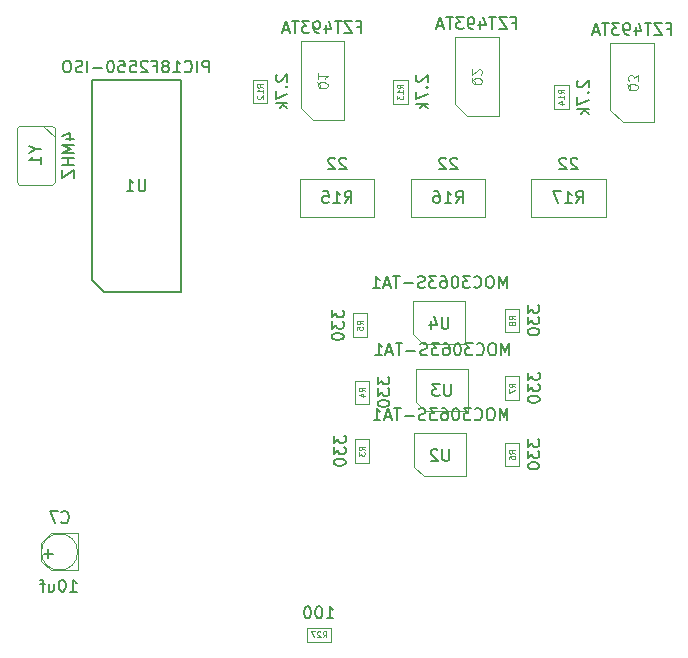
<source format=gbr>
G04 #@! TF.GenerationSoftware,KiCad,Pcbnew,no-vcs-found-a35cc44~61~ubuntu16.04.1*
G04 #@! TF.CreationDate,2018-02-08T08:45:13-05:00*
G04 #@! TF.ProjectId,D21_2550,4432315F323535302E6B696361645F70,rev?*
G04 #@! TF.SameCoordinates,Original*
G04 #@! TF.FileFunction,Other,Fab,Bot*
%FSLAX46Y46*%
G04 Gerber Fmt 4.6, Leading zero omitted, Abs format (unit mm)*
G04 Created by KiCad (PCBNEW no-vcs-found-a35cc44~61~ubuntu16.04.1) date Thu Feb  8 08:45:13 2018*
%MOMM*%
%LPD*%
G01*
G04 APERTURE LIST*
%ADD10C,0.100000*%
%ADD11C,0.150000*%
%ADD12C,0.120000*%
%ADD13C,0.080000*%
G04 APERTURE END LIST*
D10*
X109110000Y-49460000D02*
X109110000Y-42760000D01*
X105410000Y-42760000D02*
X109110000Y-42760000D01*
X106460000Y-49460000D02*
X109110000Y-49460000D01*
X105410000Y-48410000D02*
X105410000Y-42760000D01*
X105410000Y-48410000D02*
X106460000Y-49460000D01*
X118472095Y-48068949D02*
X119522095Y-49118949D01*
X118472095Y-48068949D02*
X118472095Y-42418949D01*
X119522095Y-49118949D02*
X122172095Y-49118949D01*
X118472095Y-42418949D02*
X122172095Y-42418949D01*
X122172095Y-49118949D02*
X122172095Y-42418949D01*
X135350000Y-49618949D02*
X135350000Y-42918949D01*
X131650000Y-42918949D02*
X135350000Y-42918949D01*
X132700000Y-49618949D02*
X135350000Y-49618949D01*
X131650000Y-48568949D02*
X131650000Y-42918949D01*
X131650000Y-48568949D02*
X132700000Y-49618949D01*
X110013900Y-76445342D02*
X110013900Y-78445342D01*
X111213900Y-76445342D02*
X110013900Y-76445342D01*
X111213900Y-78445342D02*
X111213900Y-76445342D01*
X110013900Y-78445342D02*
X111213900Y-78445342D01*
X111233900Y-71485342D02*
X110033900Y-71485342D01*
X110033900Y-71485342D02*
X110033900Y-73485342D01*
X110033900Y-73485342D02*
X111233900Y-73485342D01*
X111233900Y-73485342D02*
X111233900Y-71485342D01*
X109853900Y-65807842D02*
X109853900Y-67807842D01*
X111053900Y-65807842D02*
X109853900Y-65807842D01*
X111053900Y-67807842D02*
X111053900Y-65807842D01*
X109853900Y-67807842D02*
X111053900Y-67807842D01*
X123933900Y-76747842D02*
X122733900Y-76747842D01*
X122733900Y-76747842D02*
X122733900Y-78747842D01*
X122733900Y-78747842D02*
X123933900Y-78747842D01*
X123933900Y-78747842D02*
X123933900Y-76747842D01*
X123943900Y-71110342D02*
X122743900Y-71110342D01*
X122743900Y-71110342D02*
X122743900Y-73110342D01*
X122743900Y-73110342D02*
X123943900Y-73110342D01*
X123943900Y-73110342D02*
X123943900Y-71110342D01*
X123933900Y-65400342D02*
X122733900Y-65400342D01*
X122733900Y-65400342D02*
X122733900Y-67400342D01*
X122733900Y-67400342D02*
X123933900Y-67400342D01*
X123933900Y-67400342D02*
X123933900Y-65400342D01*
X102600000Y-48000000D02*
X102600000Y-46000000D01*
X101400000Y-48000000D02*
X102600000Y-48000000D01*
X101400000Y-46000000D02*
X101400000Y-48000000D01*
X102600000Y-46000000D02*
X101400000Y-46000000D01*
X114464595Y-46042500D02*
X113264595Y-46042500D01*
X113264595Y-46042500D02*
X113264595Y-48042500D01*
X113264595Y-48042500D02*
X114464595Y-48042500D01*
X114464595Y-48042500D02*
X114464595Y-46042500D01*
X128100000Y-48500000D02*
X128100000Y-46500000D01*
X126900000Y-48500000D02*
X128100000Y-48500000D01*
X126900000Y-46500000D02*
X126900000Y-48500000D01*
X128100000Y-46500000D02*
X126900000Y-46500000D01*
X105957500Y-92400000D02*
X105957500Y-93600000D01*
X105957500Y-93600000D02*
X107957500Y-93600000D01*
X107957500Y-93600000D02*
X107957500Y-92400000D01*
X107957500Y-92400000D02*
X105957500Y-92400000D01*
D11*
X88750000Y-63950000D02*
X95250000Y-63950000D01*
X95250000Y-63950000D02*
X95250000Y-46050000D01*
X95250000Y-46050000D02*
X87750000Y-46050000D01*
X87750000Y-46050000D02*
X87750000Y-62950000D01*
X87750000Y-62950000D02*
X88750000Y-63950000D01*
D12*
X119433900Y-79567842D02*
X119433900Y-75967842D01*
X119433900Y-75967842D02*
X115033900Y-75967842D01*
X115033900Y-75967842D02*
X115033900Y-78767842D01*
X115033900Y-78767842D02*
X115833900Y-79567842D01*
X115833900Y-79567842D02*
X119433900Y-79567842D01*
X115983900Y-74067842D02*
X119583900Y-74067842D01*
X115183900Y-73267842D02*
X115983900Y-74067842D01*
X115183900Y-70467842D02*
X115183900Y-73267842D01*
X119583900Y-70467842D02*
X115183900Y-70467842D01*
X119583900Y-74067842D02*
X119583900Y-70467842D01*
X119363900Y-68377842D02*
X119363900Y-64777842D01*
X119363900Y-64777842D02*
X114963900Y-64777842D01*
X114963900Y-64777842D02*
X114963900Y-67577842D01*
X114963900Y-67577842D02*
X115763900Y-68377842D01*
X115763900Y-68377842D02*
X119363900Y-68377842D01*
D10*
X86529706Y-86000000D02*
G75*
G03X86529706Y-86000000I-1529706J0D01*
G01*
X83440000Y-86750000D02*
X83440000Y-85230000D01*
X84250000Y-87560000D02*
X83440000Y-86750000D01*
X84240000Y-84430000D02*
X83440000Y-85230000D01*
X86570000Y-84430000D02*
X86570000Y-87560000D01*
X86560000Y-84430000D02*
X84240000Y-84430000D01*
X86570000Y-87560000D02*
X84250000Y-87560000D01*
X81400000Y-50100000D02*
X81400000Y-54700000D01*
X81400000Y-54700000D02*
X81600000Y-54900000D01*
X81600000Y-54900000D02*
X84400000Y-54900000D01*
X84400000Y-54900000D02*
X84600000Y-54700000D01*
X84600000Y-54700000D02*
X84600000Y-50100000D01*
X84600000Y-50100000D02*
X84400000Y-49900000D01*
X84400000Y-49900000D02*
X81600000Y-49900000D01*
X81600000Y-49900000D02*
X81400000Y-50100000D01*
X83600000Y-49900000D02*
X84600000Y-50900000D01*
X111650000Y-54400000D02*
X105350000Y-54400000D01*
X111650000Y-57600000D02*
X111650000Y-54400000D01*
X105350000Y-57600000D02*
X111650000Y-57600000D01*
X105350000Y-54400000D02*
X105350000Y-57600000D01*
X114757500Y-54400000D02*
X114757500Y-57600000D01*
X114757500Y-57600000D02*
X121057500Y-57600000D01*
X121057500Y-57600000D02*
X121057500Y-54400000D01*
X121057500Y-54400000D02*
X114757500Y-54400000D01*
X124942500Y-54400000D02*
X124942500Y-57600000D01*
X124942500Y-57600000D02*
X131242500Y-57600000D01*
X131242500Y-57600000D02*
X131242500Y-54400000D01*
X131242500Y-54400000D02*
X124942500Y-54400000D01*
D11*
X110212380Y-41538571D02*
X110545714Y-41538571D01*
X110545714Y-42062380D02*
X110545714Y-41062380D01*
X110069523Y-41062380D01*
X109783809Y-41062380D02*
X109117142Y-41062380D01*
X109783809Y-42062380D01*
X109117142Y-42062380D01*
X108879047Y-41062380D02*
X108307619Y-41062380D01*
X108593333Y-42062380D02*
X108593333Y-41062380D01*
X107545714Y-41395714D02*
X107545714Y-42062380D01*
X107783809Y-41014761D02*
X108021904Y-41729047D01*
X107402857Y-41729047D01*
X106974285Y-42062380D02*
X106783809Y-42062380D01*
X106688571Y-42014761D01*
X106640952Y-41967142D01*
X106545714Y-41824285D01*
X106498095Y-41633809D01*
X106498095Y-41252857D01*
X106545714Y-41157619D01*
X106593333Y-41110000D01*
X106688571Y-41062380D01*
X106879047Y-41062380D01*
X106974285Y-41110000D01*
X107021904Y-41157619D01*
X107069523Y-41252857D01*
X107069523Y-41490952D01*
X107021904Y-41586190D01*
X106974285Y-41633809D01*
X106879047Y-41681428D01*
X106688571Y-41681428D01*
X106593333Y-41633809D01*
X106545714Y-41586190D01*
X106498095Y-41490952D01*
X106164761Y-41062380D02*
X105545714Y-41062380D01*
X105879047Y-41443333D01*
X105736190Y-41443333D01*
X105640952Y-41490952D01*
X105593333Y-41538571D01*
X105545714Y-41633809D01*
X105545714Y-41871904D01*
X105593333Y-41967142D01*
X105640952Y-42014761D01*
X105736190Y-42062380D01*
X106021904Y-42062380D01*
X106117142Y-42014761D01*
X106164761Y-41967142D01*
X105260000Y-41062380D02*
X104688571Y-41062380D01*
X104974285Y-42062380D02*
X104974285Y-41062380D01*
X104402857Y-41776666D02*
X103926666Y-41776666D01*
X104498095Y-42062380D02*
X104164761Y-41062380D01*
X103831428Y-42062380D01*
D12*
X106821904Y-46186190D02*
X106860000Y-46262380D01*
X106936190Y-46338571D01*
X107050476Y-46452857D01*
X107088571Y-46529047D01*
X107088571Y-46605238D01*
X106898095Y-46567142D02*
X106936190Y-46643333D01*
X107012380Y-46719523D01*
X107164761Y-46757619D01*
X107431428Y-46757619D01*
X107583809Y-46719523D01*
X107660000Y-46643333D01*
X107698095Y-46567142D01*
X107698095Y-46414761D01*
X107660000Y-46338571D01*
X107583809Y-46262380D01*
X107431428Y-46224285D01*
X107164761Y-46224285D01*
X107012380Y-46262380D01*
X106936190Y-46338571D01*
X106898095Y-46414761D01*
X106898095Y-46567142D01*
X106898095Y-45462380D02*
X106898095Y-45919523D01*
X106898095Y-45690952D02*
X107698095Y-45690952D01*
X107583809Y-45767142D01*
X107507619Y-45843333D01*
X107469523Y-45919523D01*
D11*
X123274475Y-41197520D02*
X123607809Y-41197520D01*
X123607809Y-41721329D02*
X123607809Y-40721329D01*
X123131618Y-40721329D01*
X122845904Y-40721329D02*
X122179237Y-40721329D01*
X122845904Y-41721329D01*
X122179237Y-41721329D01*
X121941142Y-40721329D02*
X121369714Y-40721329D01*
X121655428Y-41721329D02*
X121655428Y-40721329D01*
X120607809Y-41054663D02*
X120607809Y-41721329D01*
X120845904Y-40673710D02*
X121083999Y-41387996D01*
X120464952Y-41387996D01*
X120036380Y-41721329D02*
X119845904Y-41721329D01*
X119750666Y-41673710D01*
X119703047Y-41626091D01*
X119607809Y-41483234D01*
X119560190Y-41292758D01*
X119560190Y-40911806D01*
X119607809Y-40816568D01*
X119655428Y-40768949D01*
X119750666Y-40721329D01*
X119941142Y-40721329D01*
X120036380Y-40768949D01*
X120083999Y-40816568D01*
X120131618Y-40911806D01*
X120131618Y-41149901D01*
X120083999Y-41245139D01*
X120036380Y-41292758D01*
X119941142Y-41340377D01*
X119750666Y-41340377D01*
X119655428Y-41292758D01*
X119607809Y-41245139D01*
X119560190Y-41149901D01*
X119226856Y-40721329D02*
X118607809Y-40721329D01*
X118941142Y-41102282D01*
X118798285Y-41102282D01*
X118703047Y-41149901D01*
X118655428Y-41197520D01*
X118607809Y-41292758D01*
X118607809Y-41530853D01*
X118655428Y-41626091D01*
X118703047Y-41673710D01*
X118798285Y-41721329D01*
X119083999Y-41721329D01*
X119179237Y-41673710D01*
X119226856Y-41626091D01*
X118322095Y-40721329D02*
X117750666Y-40721329D01*
X118036380Y-41721329D02*
X118036380Y-40721329D01*
X117464952Y-41435615D02*
X116988761Y-41435615D01*
X117560190Y-41721329D02*
X117226856Y-40721329D01*
X116893523Y-41721329D01*
D12*
X119883999Y-45845139D02*
X119922095Y-45921329D01*
X119998285Y-45997520D01*
X120112571Y-46111806D01*
X120150666Y-46187996D01*
X120150666Y-46264187D01*
X119960190Y-46226091D02*
X119998285Y-46302282D01*
X120074475Y-46378472D01*
X120226856Y-46416568D01*
X120493523Y-46416568D01*
X120645904Y-46378472D01*
X120722095Y-46302282D01*
X120760190Y-46226091D01*
X120760190Y-46073710D01*
X120722095Y-45997520D01*
X120645904Y-45921329D01*
X120493523Y-45883234D01*
X120226856Y-45883234D01*
X120074475Y-45921329D01*
X119998285Y-45997520D01*
X119960190Y-46073710D01*
X119960190Y-46226091D01*
X120683999Y-45578472D02*
X120722095Y-45540377D01*
X120760190Y-45464187D01*
X120760190Y-45273710D01*
X120722095Y-45197520D01*
X120683999Y-45159425D01*
X120607809Y-45121329D01*
X120531618Y-45121329D01*
X120417333Y-45159425D01*
X119960190Y-45616568D01*
X119960190Y-45121329D01*
D11*
X136452380Y-41697520D02*
X136785714Y-41697520D01*
X136785714Y-42221329D02*
X136785714Y-41221329D01*
X136309523Y-41221329D01*
X136023809Y-41221329D02*
X135357142Y-41221329D01*
X136023809Y-42221329D01*
X135357142Y-42221329D01*
X135119047Y-41221329D02*
X134547619Y-41221329D01*
X134833333Y-42221329D02*
X134833333Y-41221329D01*
X133785714Y-41554663D02*
X133785714Y-42221329D01*
X134023809Y-41173710D02*
X134261904Y-41887996D01*
X133642857Y-41887996D01*
X133214285Y-42221329D02*
X133023809Y-42221329D01*
X132928571Y-42173710D01*
X132880952Y-42126091D01*
X132785714Y-41983234D01*
X132738095Y-41792758D01*
X132738095Y-41411806D01*
X132785714Y-41316568D01*
X132833333Y-41268949D01*
X132928571Y-41221329D01*
X133119047Y-41221329D01*
X133214285Y-41268949D01*
X133261904Y-41316568D01*
X133309523Y-41411806D01*
X133309523Y-41649901D01*
X133261904Y-41745139D01*
X133214285Y-41792758D01*
X133119047Y-41840377D01*
X132928571Y-41840377D01*
X132833333Y-41792758D01*
X132785714Y-41745139D01*
X132738095Y-41649901D01*
X132404761Y-41221329D02*
X131785714Y-41221329D01*
X132119047Y-41602282D01*
X131976190Y-41602282D01*
X131880952Y-41649901D01*
X131833333Y-41697520D01*
X131785714Y-41792758D01*
X131785714Y-42030853D01*
X131833333Y-42126091D01*
X131880952Y-42173710D01*
X131976190Y-42221329D01*
X132261904Y-42221329D01*
X132357142Y-42173710D01*
X132404761Y-42126091D01*
X131500000Y-41221329D02*
X130928571Y-41221329D01*
X131214285Y-42221329D02*
X131214285Y-41221329D01*
X130642857Y-41935615D02*
X130166666Y-41935615D01*
X130738095Y-42221329D02*
X130404761Y-41221329D01*
X130071428Y-42221329D01*
D12*
X133061904Y-46345139D02*
X133100000Y-46421329D01*
X133176190Y-46497520D01*
X133290476Y-46611806D01*
X133328571Y-46687996D01*
X133328571Y-46764187D01*
X133138095Y-46726091D02*
X133176190Y-46802282D01*
X133252380Y-46878472D01*
X133404761Y-46916568D01*
X133671428Y-46916568D01*
X133823809Y-46878472D01*
X133900000Y-46802282D01*
X133938095Y-46726091D01*
X133938095Y-46573710D01*
X133900000Y-46497520D01*
X133823809Y-46421329D01*
X133671428Y-46383234D01*
X133404761Y-46383234D01*
X133252380Y-46421329D01*
X133176190Y-46497520D01*
X133138095Y-46573710D01*
X133138095Y-46726091D01*
X133938095Y-46116568D02*
X133938095Y-45621329D01*
X133633333Y-45887996D01*
X133633333Y-45773710D01*
X133595238Y-45697520D01*
X133557142Y-45659425D01*
X133480952Y-45621329D01*
X133290476Y-45621329D01*
X133214285Y-45659425D01*
X133176190Y-45697520D01*
X133138095Y-45773710D01*
X133138095Y-46002282D01*
X133176190Y-46078472D01*
X133214285Y-46116568D01*
D11*
X108216280Y-76159627D02*
X108216280Y-76778675D01*
X108597233Y-76445342D01*
X108597233Y-76588199D01*
X108644852Y-76683437D01*
X108692471Y-76731056D01*
X108787709Y-76778675D01*
X109025804Y-76778675D01*
X109121042Y-76731056D01*
X109168661Y-76683437D01*
X109216280Y-76588199D01*
X109216280Y-76302484D01*
X109168661Y-76207246D01*
X109121042Y-76159627D01*
X108216280Y-77112008D02*
X108216280Y-77731056D01*
X108597233Y-77397722D01*
X108597233Y-77540580D01*
X108644852Y-77635818D01*
X108692471Y-77683437D01*
X108787709Y-77731056D01*
X109025804Y-77731056D01*
X109121042Y-77683437D01*
X109168661Y-77635818D01*
X109216280Y-77540580D01*
X109216280Y-77254865D01*
X109168661Y-77159627D01*
X109121042Y-77112008D01*
X108216280Y-78350103D02*
X108216280Y-78445342D01*
X108263900Y-78540580D01*
X108311519Y-78588199D01*
X108406757Y-78635818D01*
X108597233Y-78683437D01*
X108835328Y-78683437D01*
X109025804Y-78635818D01*
X109121042Y-78588199D01*
X109168661Y-78540580D01*
X109216280Y-78445342D01*
X109216280Y-78350103D01*
X109168661Y-78254865D01*
X109121042Y-78207246D01*
X109025804Y-78159627D01*
X108835328Y-78112008D01*
X108597233Y-78112008D01*
X108406757Y-78159627D01*
X108311519Y-78207246D01*
X108263900Y-78254865D01*
X108216280Y-78350103D01*
D13*
X110840090Y-77362008D02*
X110601995Y-77195342D01*
X110840090Y-77076294D02*
X110340090Y-77076294D01*
X110340090Y-77266770D01*
X110363900Y-77314389D01*
X110387709Y-77338199D01*
X110435328Y-77362008D01*
X110506757Y-77362008D01*
X110554376Y-77338199D01*
X110578185Y-77314389D01*
X110601995Y-77266770D01*
X110601995Y-77076294D01*
X110340090Y-77528675D02*
X110340090Y-77838199D01*
X110530566Y-77671532D01*
X110530566Y-77742961D01*
X110554376Y-77790580D01*
X110578185Y-77814389D01*
X110625804Y-77838199D01*
X110744852Y-77838199D01*
X110792471Y-77814389D01*
X110816280Y-77790580D01*
X110840090Y-77742961D01*
X110840090Y-77600103D01*
X110816280Y-77552484D01*
X110792471Y-77528675D01*
D11*
X111936280Y-71199627D02*
X111936280Y-71818675D01*
X112317233Y-71485342D01*
X112317233Y-71628199D01*
X112364852Y-71723437D01*
X112412471Y-71771056D01*
X112507709Y-71818675D01*
X112745804Y-71818675D01*
X112841042Y-71771056D01*
X112888661Y-71723437D01*
X112936280Y-71628199D01*
X112936280Y-71342484D01*
X112888661Y-71247246D01*
X112841042Y-71199627D01*
X111936280Y-72152008D02*
X111936280Y-72771056D01*
X112317233Y-72437722D01*
X112317233Y-72580580D01*
X112364852Y-72675818D01*
X112412471Y-72723437D01*
X112507709Y-72771056D01*
X112745804Y-72771056D01*
X112841042Y-72723437D01*
X112888661Y-72675818D01*
X112936280Y-72580580D01*
X112936280Y-72294865D01*
X112888661Y-72199627D01*
X112841042Y-72152008D01*
X111936280Y-73390103D02*
X111936280Y-73485342D01*
X111983900Y-73580580D01*
X112031519Y-73628199D01*
X112126757Y-73675818D01*
X112317233Y-73723437D01*
X112555328Y-73723437D01*
X112745804Y-73675818D01*
X112841042Y-73628199D01*
X112888661Y-73580580D01*
X112936280Y-73485342D01*
X112936280Y-73390103D01*
X112888661Y-73294865D01*
X112841042Y-73247246D01*
X112745804Y-73199627D01*
X112555328Y-73152008D01*
X112317233Y-73152008D01*
X112126757Y-73199627D01*
X112031519Y-73247246D01*
X111983900Y-73294865D01*
X111936280Y-73390103D01*
D13*
X110860090Y-72402008D02*
X110621995Y-72235342D01*
X110860090Y-72116294D02*
X110360090Y-72116294D01*
X110360090Y-72306770D01*
X110383900Y-72354389D01*
X110407709Y-72378199D01*
X110455328Y-72402008D01*
X110526757Y-72402008D01*
X110574376Y-72378199D01*
X110598185Y-72354389D01*
X110621995Y-72306770D01*
X110621995Y-72116294D01*
X110526757Y-72830580D02*
X110860090Y-72830580D01*
X110336280Y-72711532D02*
X110693423Y-72592484D01*
X110693423Y-72902008D01*
D11*
X108056280Y-65522127D02*
X108056280Y-66141175D01*
X108437233Y-65807842D01*
X108437233Y-65950699D01*
X108484852Y-66045937D01*
X108532471Y-66093556D01*
X108627709Y-66141175D01*
X108865804Y-66141175D01*
X108961042Y-66093556D01*
X109008661Y-66045937D01*
X109056280Y-65950699D01*
X109056280Y-65664984D01*
X109008661Y-65569746D01*
X108961042Y-65522127D01*
X108056280Y-66474508D02*
X108056280Y-67093556D01*
X108437233Y-66760222D01*
X108437233Y-66903080D01*
X108484852Y-66998318D01*
X108532471Y-67045937D01*
X108627709Y-67093556D01*
X108865804Y-67093556D01*
X108961042Y-67045937D01*
X109008661Y-66998318D01*
X109056280Y-66903080D01*
X109056280Y-66617365D01*
X109008661Y-66522127D01*
X108961042Y-66474508D01*
X108056280Y-67712603D02*
X108056280Y-67807842D01*
X108103900Y-67903080D01*
X108151519Y-67950699D01*
X108246757Y-67998318D01*
X108437233Y-68045937D01*
X108675328Y-68045937D01*
X108865804Y-67998318D01*
X108961042Y-67950699D01*
X109008661Y-67903080D01*
X109056280Y-67807842D01*
X109056280Y-67712603D01*
X109008661Y-67617365D01*
X108961042Y-67569746D01*
X108865804Y-67522127D01*
X108675328Y-67474508D01*
X108437233Y-67474508D01*
X108246757Y-67522127D01*
X108151519Y-67569746D01*
X108103900Y-67617365D01*
X108056280Y-67712603D01*
D13*
X110680090Y-66724508D02*
X110441995Y-66557842D01*
X110680090Y-66438794D02*
X110180090Y-66438794D01*
X110180090Y-66629270D01*
X110203900Y-66676889D01*
X110227709Y-66700699D01*
X110275328Y-66724508D01*
X110346757Y-66724508D01*
X110394376Y-66700699D01*
X110418185Y-66676889D01*
X110441995Y-66629270D01*
X110441995Y-66438794D01*
X110180090Y-67176889D02*
X110180090Y-66938794D01*
X110418185Y-66914984D01*
X110394376Y-66938794D01*
X110370566Y-66986413D01*
X110370566Y-67105461D01*
X110394376Y-67153080D01*
X110418185Y-67176889D01*
X110465804Y-67200699D01*
X110584852Y-67200699D01*
X110632471Y-67176889D01*
X110656280Y-67153080D01*
X110680090Y-67105461D01*
X110680090Y-66986413D01*
X110656280Y-66938794D01*
X110632471Y-66914984D01*
D11*
X124636280Y-76462127D02*
X124636280Y-77081175D01*
X125017233Y-76747842D01*
X125017233Y-76890699D01*
X125064852Y-76985937D01*
X125112471Y-77033556D01*
X125207709Y-77081175D01*
X125445804Y-77081175D01*
X125541042Y-77033556D01*
X125588661Y-76985937D01*
X125636280Y-76890699D01*
X125636280Y-76604984D01*
X125588661Y-76509746D01*
X125541042Y-76462127D01*
X124636280Y-77414508D02*
X124636280Y-78033556D01*
X125017233Y-77700222D01*
X125017233Y-77843080D01*
X125064852Y-77938318D01*
X125112471Y-77985937D01*
X125207709Y-78033556D01*
X125445804Y-78033556D01*
X125541042Y-77985937D01*
X125588661Y-77938318D01*
X125636280Y-77843080D01*
X125636280Y-77557365D01*
X125588661Y-77462127D01*
X125541042Y-77414508D01*
X124636280Y-78652603D02*
X124636280Y-78747842D01*
X124683900Y-78843080D01*
X124731519Y-78890699D01*
X124826757Y-78938318D01*
X125017233Y-78985937D01*
X125255328Y-78985937D01*
X125445804Y-78938318D01*
X125541042Y-78890699D01*
X125588661Y-78843080D01*
X125636280Y-78747842D01*
X125636280Y-78652603D01*
X125588661Y-78557365D01*
X125541042Y-78509746D01*
X125445804Y-78462127D01*
X125255328Y-78414508D01*
X125017233Y-78414508D01*
X124826757Y-78462127D01*
X124731519Y-78509746D01*
X124683900Y-78557365D01*
X124636280Y-78652603D01*
D13*
X123560090Y-77664508D02*
X123321995Y-77497842D01*
X123560090Y-77378794D02*
X123060090Y-77378794D01*
X123060090Y-77569270D01*
X123083900Y-77616889D01*
X123107709Y-77640699D01*
X123155328Y-77664508D01*
X123226757Y-77664508D01*
X123274376Y-77640699D01*
X123298185Y-77616889D01*
X123321995Y-77569270D01*
X123321995Y-77378794D01*
X123060090Y-78093080D02*
X123060090Y-77997842D01*
X123083900Y-77950222D01*
X123107709Y-77926413D01*
X123179138Y-77878794D01*
X123274376Y-77854984D01*
X123464852Y-77854984D01*
X123512471Y-77878794D01*
X123536280Y-77902603D01*
X123560090Y-77950222D01*
X123560090Y-78045461D01*
X123536280Y-78093080D01*
X123512471Y-78116889D01*
X123464852Y-78140699D01*
X123345804Y-78140699D01*
X123298185Y-78116889D01*
X123274376Y-78093080D01*
X123250566Y-78045461D01*
X123250566Y-77950222D01*
X123274376Y-77902603D01*
X123298185Y-77878794D01*
X123345804Y-77854984D01*
D11*
X124646280Y-70824627D02*
X124646280Y-71443675D01*
X125027233Y-71110342D01*
X125027233Y-71253199D01*
X125074852Y-71348437D01*
X125122471Y-71396056D01*
X125217709Y-71443675D01*
X125455804Y-71443675D01*
X125551042Y-71396056D01*
X125598661Y-71348437D01*
X125646280Y-71253199D01*
X125646280Y-70967484D01*
X125598661Y-70872246D01*
X125551042Y-70824627D01*
X124646280Y-71777008D02*
X124646280Y-72396056D01*
X125027233Y-72062722D01*
X125027233Y-72205580D01*
X125074852Y-72300818D01*
X125122471Y-72348437D01*
X125217709Y-72396056D01*
X125455804Y-72396056D01*
X125551042Y-72348437D01*
X125598661Y-72300818D01*
X125646280Y-72205580D01*
X125646280Y-71919865D01*
X125598661Y-71824627D01*
X125551042Y-71777008D01*
X124646280Y-73015103D02*
X124646280Y-73110342D01*
X124693900Y-73205580D01*
X124741519Y-73253199D01*
X124836757Y-73300818D01*
X125027233Y-73348437D01*
X125265328Y-73348437D01*
X125455804Y-73300818D01*
X125551042Y-73253199D01*
X125598661Y-73205580D01*
X125646280Y-73110342D01*
X125646280Y-73015103D01*
X125598661Y-72919865D01*
X125551042Y-72872246D01*
X125455804Y-72824627D01*
X125265328Y-72777008D01*
X125027233Y-72777008D01*
X124836757Y-72824627D01*
X124741519Y-72872246D01*
X124693900Y-72919865D01*
X124646280Y-73015103D01*
D13*
X123570090Y-72027008D02*
X123331995Y-71860342D01*
X123570090Y-71741294D02*
X123070090Y-71741294D01*
X123070090Y-71931770D01*
X123093900Y-71979389D01*
X123117709Y-72003199D01*
X123165328Y-72027008D01*
X123236757Y-72027008D01*
X123284376Y-72003199D01*
X123308185Y-71979389D01*
X123331995Y-71931770D01*
X123331995Y-71741294D01*
X123070090Y-72193675D02*
X123070090Y-72527008D01*
X123570090Y-72312722D01*
D11*
X124636280Y-65114627D02*
X124636280Y-65733675D01*
X125017233Y-65400342D01*
X125017233Y-65543199D01*
X125064852Y-65638437D01*
X125112471Y-65686056D01*
X125207709Y-65733675D01*
X125445804Y-65733675D01*
X125541042Y-65686056D01*
X125588661Y-65638437D01*
X125636280Y-65543199D01*
X125636280Y-65257484D01*
X125588661Y-65162246D01*
X125541042Y-65114627D01*
X124636280Y-66067008D02*
X124636280Y-66686056D01*
X125017233Y-66352722D01*
X125017233Y-66495580D01*
X125064852Y-66590818D01*
X125112471Y-66638437D01*
X125207709Y-66686056D01*
X125445804Y-66686056D01*
X125541042Y-66638437D01*
X125588661Y-66590818D01*
X125636280Y-66495580D01*
X125636280Y-66209865D01*
X125588661Y-66114627D01*
X125541042Y-66067008D01*
X124636280Y-67305103D02*
X124636280Y-67400342D01*
X124683900Y-67495580D01*
X124731519Y-67543199D01*
X124826757Y-67590818D01*
X125017233Y-67638437D01*
X125255328Y-67638437D01*
X125445804Y-67590818D01*
X125541042Y-67543199D01*
X125588661Y-67495580D01*
X125636280Y-67400342D01*
X125636280Y-67305103D01*
X125588661Y-67209865D01*
X125541042Y-67162246D01*
X125445804Y-67114627D01*
X125255328Y-67067008D01*
X125017233Y-67067008D01*
X124826757Y-67114627D01*
X124731519Y-67162246D01*
X124683900Y-67209865D01*
X124636280Y-67305103D01*
D13*
X123560090Y-66317008D02*
X123321995Y-66150342D01*
X123560090Y-66031294D02*
X123060090Y-66031294D01*
X123060090Y-66221770D01*
X123083900Y-66269389D01*
X123107709Y-66293199D01*
X123155328Y-66317008D01*
X123226757Y-66317008D01*
X123274376Y-66293199D01*
X123298185Y-66269389D01*
X123321995Y-66221770D01*
X123321995Y-66031294D01*
X123274376Y-66602722D02*
X123250566Y-66555103D01*
X123226757Y-66531294D01*
X123179138Y-66507484D01*
X123155328Y-66507484D01*
X123107709Y-66531294D01*
X123083900Y-66555103D01*
X123060090Y-66602722D01*
X123060090Y-66697961D01*
X123083900Y-66745580D01*
X123107709Y-66769389D01*
X123155328Y-66793199D01*
X123179138Y-66793199D01*
X123226757Y-66769389D01*
X123250566Y-66745580D01*
X123274376Y-66697961D01*
X123274376Y-66602722D01*
X123298185Y-66555103D01*
X123321995Y-66531294D01*
X123369614Y-66507484D01*
X123464852Y-66507484D01*
X123512471Y-66531294D01*
X123536280Y-66555103D01*
X123560090Y-66602722D01*
X123560090Y-66697961D01*
X123536280Y-66745580D01*
X123512471Y-66769389D01*
X123464852Y-66793199D01*
X123369614Y-66793199D01*
X123321995Y-66769389D01*
X123298185Y-66745580D01*
X123274376Y-66697961D01*
D11*
X103397619Y-45595238D02*
X103350000Y-45642857D01*
X103302380Y-45738095D01*
X103302380Y-45976190D01*
X103350000Y-46071428D01*
X103397619Y-46119047D01*
X103492857Y-46166666D01*
X103588095Y-46166666D01*
X103730952Y-46119047D01*
X104302380Y-45547619D01*
X104302380Y-46166666D01*
X104207142Y-46595238D02*
X104254761Y-46642857D01*
X104302380Y-46595238D01*
X104254761Y-46547619D01*
X104207142Y-46595238D01*
X104302380Y-46595238D01*
X103302380Y-46976190D02*
X103302380Y-47642857D01*
X104302380Y-47214285D01*
X104302380Y-48023809D02*
X103302380Y-48023809D01*
X103921428Y-48119047D02*
X104302380Y-48404761D01*
X103635714Y-48404761D02*
X104016666Y-48023809D01*
D13*
X102226190Y-46678571D02*
X101988095Y-46511904D01*
X102226190Y-46392857D02*
X101726190Y-46392857D01*
X101726190Y-46583333D01*
X101750000Y-46630952D01*
X101773809Y-46654761D01*
X101821428Y-46678571D01*
X101892857Y-46678571D01*
X101940476Y-46654761D01*
X101964285Y-46630952D01*
X101988095Y-46583333D01*
X101988095Y-46392857D01*
X102226190Y-47154761D02*
X102226190Y-46869047D01*
X102226190Y-47011904D02*
X101726190Y-47011904D01*
X101797619Y-46964285D01*
X101845238Y-46916666D01*
X101869047Y-46869047D01*
X101773809Y-47345238D02*
X101750000Y-47369047D01*
X101726190Y-47416666D01*
X101726190Y-47535714D01*
X101750000Y-47583333D01*
X101773809Y-47607142D01*
X101821428Y-47630952D01*
X101869047Y-47630952D01*
X101940476Y-47607142D01*
X102226190Y-47321428D01*
X102226190Y-47630952D01*
D11*
X115262214Y-45637738D02*
X115214595Y-45685357D01*
X115166975Y-45780595D01*
X115166975Y-46018690D01*
X115214595Y-46113928D01*
X115262214Y-46161547D01*
X115357452Y-46209166D01*
X115452690Y-46209166D01*
X115595547Y-46161547D01*
X116166975Y-45590119D01*
X116166975Y-46209166D01*
X116071737Y-46637738D02*
X116119356Y-46685357D01*
X116166975Y-46637738D01*
X116119356Y-46590119D01*
X116071737Y-46637738D01*
X116166975Y-46637738D01*
X115166975Y-47018690D02*
X115166975Y-47685357D01*
X116166975Y-47256785D01*
X116166975Y-48066309D02*
X115166975Y-48066309D01*
X115786023Y-48161547D02*
X116166975Y-48447261D01*
X115500309Y-48447261D02*
X115881261Y-48066309D01*
D13*
X114090785Y-46721071D02*
X113852690Y-46554404D01*
X114090785Y-46435357D02*
X113590785Y-46435357D01*
X113590785Y-46625833D01*
X113614595Y-46673452D01*
X113638404Y-46697261D01*
X113686023Y-46721071D01*
X113757452Y-46721071D01*
X113805071Y-46697261D01*
X113828880Y-46673452D01*
X113852690Y-46625833D01*
X113852690Y-46435357D01*
X114090785Y-47197261D02*
X114090785Y-46911547D01*
X114090785Y-47054404D02*
X113590785Y-47054404D01*
X113662214Y-47006785D01*
X113709833Y-46959166D01*
X113733642Y-46911547D01*
X113590785Y-47363928D02*
X113590785Y-47673452D01*
X113781261Y-47506785D01*
X113781261Y-47578214D01*
X113805071Y-47625833D01*
X113828880Y-47649642D01*
X113876499Y-47673452D01*
X113995547Y-47673452D01*
X114043166Y-47649642D01*
X114066975Y-47625833D01*
X114090785Y-47578214D01*
X114090785Y-47435357D01*
X114066975Y-47387738D01*
X114043166Y-47363928D01*
D11*
X128897619Y-46095238D02*
X128850000Y-46142857D01*
X128802380Y-46238095D01*
X128802380Y-46476190D01*
X128850000Y-46571428D01*
X128897619Y-46619047D01*
X128992857Y-46666666D01*
X129088095Y-46666666D01*
X129230952Y-46619047D01*
X129802380Y-46047619D01*
X129802380Y-46666666D01*
X129707142Y-47095238D02*
X129754761Y-47142857D01*
X129802380Y-47095238D01*
X129754761Y-47047619D01*
X129707142Y-47095238D01*
X129802380Y-47095238D01*
X128802380Y-47476190D02*
X128802380Y-48142857D01*
X129802380Y-47714285D01*
X129802380Y-48523809D02*
X128802380Y-48523809D01*
X129421428Y-48619047D02*
X129802380Y-48904761D01*
X129135714Y-48904761D02*
X129516666Y-48523809D01*
D13*
X127726190Y-47178571D02*
X127488095Y-47011904D01*
X127726190Y-46892857D02*
X127226190Y-46892857D01*
X127226190Y-47083333D01*
X127250000Y-47130952D01*
X127273809Y-47154761D01*
X127321428Y-47178571D01*
X127392857Y-47178571D01*
X127440476Y-47154761D01*
X127464285Y-47130952D01*
X127488095Y-47083333D01*
X127488095Y-46892857D01*
X127726190Y-47654761D02*
X127726190Y-47369047D01*
X127726190Y-47511904D02*
X127226190Y-47511904D01*
X127297619Y-47464285D01*
X127345238Y-47416666D01*
X127369047Y-47369047D01*
X127392857Y-48083333D02*
X127726190Y-48083333D01*
X127202380Y-47964285D02*
X127559523Y-47845238D01*
X127559523Y-48154761D01*
D11*
X107624166Y-91602380D02*
X108195595Y-91602380D01*
X107909880Y-91602380D02*
X107909880Y-90602380D01*
X108005119Y-90745238D01*
X108100357Y-90840476D01*
X108195595Y-90888095D01*
X107005119Y-90602380D02*
X106909880Y-90602380D01*
X106814642Y-90650000D01*
X106767023Y-90697619D01*
X106719404Y-90792857D01*
X106671785Y-90983333D01*
X106671785Y-91221428D01*
X106719404Y-91411904D01*
X106767023Y-91507142D01*
X106814642Y-91554761D01*
X106909880Y-91602380D01*
X107005119Y-91602380D01*
X107100357Y-91554761D01*
X107147976Y-91507142D01*
X107195595Y-91411904D01*
X107243214Y-91221428D01*
X107243214Y-90983333D01*
X107195595Y-90792857D01*
X107147976Y-90697619D01*
X107100357Y-90650000D01*
X107005119Y-90602380D01*
X106052738Y-90602380D02*
X105957500Y-90602380D01*
X105862261Y-90650000D01*
X105814642Y-90697619D01*
X105767023Y-90792857D01*
X105719404Y-90983333D01*
X105719404Y-91221428D01*
X105767023Y-91411904D01*
X105814642Y-91507142D01*
X105862261Y-91554761D01*
X105957500Y-91602380D01*
X106052738Y-91602380D01*
X106147976Y-91554761D01*
X106195595Y-91507142D01*
X106243214Y-91411904D01*
X106290833Y-91221428D01*
X106290833Y-90983333D01*
X106243214Y-90792857D01*
X106195595Y-90697619D01*
X106147976Y-90650000D01*
X106052738Y-90602380D01*
D13*
X107278928Y-93226190D02*
X107445595Y-92988095D01*
X107564642Y-93226190D02*
X107564642Y-92726190D01*
X107374166Y-92726190D01*
X107326547Y-92750000D01*
X107302738Y-92773809D01*
X107278928Y-92821428D01*
X107278928Y-92892857D01*
X107302738Y-92940476D01*
X107326547Y-92964285D01*
X107374166Y-92988095D01*
X107564642Y-92988095D01*
X107088452Y-92773809D02*
X107064642Y-92750000D01*
X107017023Y-92726190D01*
X106897976Y-92726190D01*
X106850357Y-92750000D01*
X106826547Y-92773809D01*
X106802738Y-92821428D01*
X106802738Y-92869047D01*
X106826547Y-92940476D01*
X107112261Y-93226190D01*
X106802738Y-93226190D01*
X106636071Y-92726190D02*
X106302738Y-92726190D01*
X106517023Y-93226190D01*
D11*
X97642857Y-45402380D02*
X97642857Y-44402380D01*
X97261904Y-44402380D01*
X97166666Y-44450000D01*
X97119047Y-44497619D01*
X97071428Y-44592857D01*
X97071428Y-44735714D01*
X97119047Y-44830952D01*
X97166666Y-44878571D01*
X97261904Y-44926190D01*
X97642857Y-44926190D01*
X96642857Y-45402380D02*
X96642857Y-44402380D01*
X95595238Y-45307142D02*
X95642857Y-45354761D01*
X95785714Y-45402380D01*
X95880952Y-45402380D01*
X96023809Y-45354761D01*
X96119047Y-45259523D01*
X96166666Y-45164285D01*
X96214285Y-44973809D01*
X96214285Y-44830952D01*
X96166666Y-44640476D01*
X96119047Y-44545238D01*
X96023809Y-44450000D01*
X95880952Y-44402380D01*
X95785714Y-44402380D01*
X95642857Y-44450000D01*
X95595238Y-44497619D01*
X94642857Y-45402380D02*
X95214285Y-45402380D01*
X94928571Y-45402380D02*
X94928571Y-44402380D01*
X95023809Y-44545238D01*
X95119047Y-44640476D01*
X95214285Y-44688095D01*
X94071428Y-44830952D02*
X94166666Y-44783333D01*
X94214285Y-44735714D01*
X94261904Y-44640476D01*
X94261904Y-44592857D01*
X94214285Y-44497619D01*
X94166666Y-44450000D01*
X94071428Y-44402380D01*
X93880952Y-44402380D01*
X93785714Y-44450000D01*
X93738095Y-44497619D01*
X93690476Y-44592857D01*
X93690476Y-44640476D01*
X93738095Y-44735714D01*
X93785714Y-44783333D01*
X93880952Y-44830952D01*
X94071428Y-44830952D01*
X94166666Y-44878571D01*
X94214285Y-44926190D01*
X94261904Y-45021428D01*
X94261904Y-45211904D01*
X94214285Y-45307142D01*
X94166666Y-45354761D01*
X94071428Y-45402380D01*
X93880952Y-45402380D01*
X93785714Y-45354761D01*
X93738095Y-45307142D01*
X93690476Y-45211904D01*
X93690476Y-45021428D01*
X93738095Y-44926190D01*
X93785714Y-44878571D01*
X93880952Y-44830952D01*
X92928571Y-44878571D02*
X93261904Y-44878571D01*
X93261904Y-45402380D02*
X93261904Y-44402380D01*
X92785714Y-44402380D01*
X92452380Y-44497619D02*
X92404761Y-44450000D01*
X92309523Y-44402380D01*
X92071428Y-44402380D01*
X91976190Y-44450000D01*
X91928571Y-44497619D01*
X91880952Y-44592857D01*
X91880952Y-44688095D01*
X91928571Y-44830952D01*
X92500000Y-45402380D01*
X91880952Y-45402380D01*
X90976190Y-44402380D02*
X91452380Y-44402380D01*
X91500000Y-44878571D01*
X91452380Y-44830952D01*
X91357142Y-44783333D01*
X91119047Y-44783333D01*
X91023809Y-44830952D01*
X90976190Y-44878571D01*
X90928571Y-44973809D01*
X90928571Y-45211904D01*
X90976190Y-45307142D01*
X91023809Y-45354761D01*
X91119047Y-45402380D01*
X91357142Y-45402380D01*
X91452380Y-45354761D01*
X91500000Y-45307142D01*
X90023809Y-44402380D02*
X90500000Y-44402380D01*
X90547619Y-44878571D01*
X90500000Y-44830952D01*
X90404761Y-44783333D01*
X90166666Y-44783333D01*
X90071428Y-44830952D01*
X90023809Y-44878571D01*
X89976190Y-44973809D01*
X89976190Y-45211904D01*
X90023809Y-45307142D01*
X90071428Y-45354761D01*
X90166666Y-45402380D01*
X90404761Y-45402380D01*
X90500000Y-45354761D01*
X90547619Y-45307142D01*
X89357142Y-44402380D02*
X89261904Y-44402380D01*
X89166666Y-44450000D01*
X89119047Y-44497619D01*
X89071428Y-44592857D01*
X89023809Y-44783333D01*
X89023809Y-45021428D01*
X89071428Y-45211904D01*
X89119047Y-45307142D01*
X89166666Y-45354761D01*
X89261904Y-45402380D01*
X89357142Y-45402380D01*
X89452380Y-45354761D01*
X89500000Y-45307142D01*
X89547619Y-45211904D01*
X89595238Y-45021428D01*
X89595238Y-44783333D01*
X89547619Y-44592857D01*
X89500000Y-44497619D01*
X89452380Y-44450000D01*
X89357142Y-44402380D01*
X88595238Y-45021428D02*
X87833333Y-45021428D01*
X87357142Y-45402380D02*
X87357142Y-44402380D01*
X86928571Y-45354761D02*
X86785714Y-45402380D01*
X86547619Y-45402380D01*
X86452380Y-45354761D01*
X86404761Y-45307142D01*
X86357142Y-45211904D01*
X86357142Y-45116666D01*
X86404761Y-45021428D01*
X86452380Y-44973809D01*
X86547619Y-44926190D01*
X86738095Y-44878571D01*
X86833333Y-44830952D01*
X86880952Y-44783333D01*
X86928571Y-44688095D01*
X86928571Y-44592857D01*
X86880952Y-44497619D01*
X86833333Y-44450000D01*
X86738095Y-44402380D01*
X86500000Y-44402380D01*
X86357142Y-44450000D01*
X85738095Y-44402380D02*
X85547619Y-44402380D01*
X85452380Y-44450000D01*
X85357142Y-44545238D01*
X85309523Y-44735714D01*
X85309523Y-45069047D01*
X85357142Y-45259523D01*
X85452380Y-45354761D01*
X85547619Y-45402380D01*
X85738095Y-45402380D01*
X85833333Y-45354761D01*
X85928571Y-45259523D01*
X85976190Y-45069047D01*
X85976190Y-44735714D01*
X85928571Y-44545238D01*
X85833333Y-44450000D01*
X85738095Y-44402380D01*
X92261904Y-54452380D02*
X92261904Y-55261904D01*
X92214285Y-55357142D01*
X92166666Y-55404761D01*
X92071428Y-55452380D01*
X91880952Y-55452380D01*
X91785714Y-55404761D01*
X91738095Y-55357142D01*
X91690476Y-55261904D01*
X91690476Y-54452380D01*
X90690476Y-55452380D02*
X91261904Y-55452380D01*
X90976190Y-55452380D02*
X90976190Y-54452380D01*
X91071428Y-54595238D01*
X91166666Y-54690476D01*
X91261904Y-54738095D01*
X122926757Y-74835222D02*
X122926757Y-73835222D01*
X122593423Y-74549508D01*
X122260090Y-73835222D01*
X122260090Y-74835222D01*
X121593423Y-73835222D02*
X121402947Y-73835222D01*
X121307709Y-73882842D01*
X121212471Y-73978080D01*
X121164852Y-74168556D01*
X121164852Y-74501889D01*
X121212471Y-74692365D01*
X121307709Y-74787603D01*
X121402947Y-74835222D01*
X121593423Y-74835222D01*
X121688661Y-74787603D01*
X121783900Y-74692365D01*
X121831519Y-74501889D01*
X121831519Y-74168556D01*
X121783900Y-73978080D01*
X121688661Y-73882842D01*
X121593423Y-73835222D01*
X120164852Y-74739984D02*
X120212471Y-74787603D01*
X120355328Y-74835222D01*
X120450566Y-74835222D01*
X120593423Y-74787603D01*
X120688661Y-74692365D01*
X120736280Y-74597127D01*
X120783900Y-74406651D01*
X120783900Y-74263794D01*
X120736280Y-74073318D01*
X120688661Y-73978080D01*
X120593423Y-73882842D01*
X120450566Y-73835222D01*
X120355328Y-73835222D01*
X120212471Y-73882842D01*
X120164852Y-73930461D01*
X119831519Y-73835222D02*
X119212471Y-73835222D01*
X119545804Y-74216175D01*
X119402947Y-74216175D01*
X119307709Y-74263794D01*
X119260090Y-74311413D01*
X119212471Y-74406651D01*
X119212471Y-74644746D01*
X119260090Y-74739984D01*
X119307709Y-74787603D01*
X119402947Y-74835222D01*
X119688661Y-74835222D01*
X119783900Y-74787603D01*
X119831519Y-74739984D01*
X118593423Y-73835222D02*
X118498185Y-73835222D01*
X118402947Y-73882842D01*
X118355328Y-73930461D01*
X118307709Y-74025699D01*
X118260090Y-74216175D01*
X118260090Y-74454270D01*
X118307709Y-74644746D01*
X118355328Y-74739984D01*
X118402947Y-74787603D01*
X118498185Y-74835222D01*
X118593423Y-74835222D01*
X118688661Y-74787603D01*
X118736280Y-74739984D01*
X118783900Y-74644746D01*
X118831519Y-74454270D01*
X118831519Y-74216175D01*
X118783900Y-74025699D01*
X118736280Y-73930461D01*
X118688661Y-73882842D01*
X118593423Y-73835222D01*
X117402947Y-73835222D02*
X117593423Y-73835222D01*
X117688661Y-73882842D01*
X117736280Y-73930461D01*
X117831519Y-74073318D01*
X117879138Y-74263794D01*
X117879138Y-74644746D01*
X117831519Y-74739984D01*
X117783900Y-74787603D01*
X117688661Y-74835222D01*
X117498185Y-74835222D01*
X117402947Y-74787603D01*
X117355328Y-74739984D01*
X117307709Y-74644746D01*
X117307709Y-74406651D01*
X117355328Y-74311413D01*
X117402947Y-74263794D01*
X117498185Y-74216175D01*
X117688661Y-74216175D01*
X117783900Y-74263794D01*
X117831519Y-74311413D01*
X117879138Y-74406651D01*
X116974376Y-73835222D02*
X116355328Y-73835222D01*
X116688661Y-74216175D01*
X116545804Y-74216175D01*
X116450566Y-74263794D01*
X116402947Y-74311413D01*
X116355328Y-74406651D01*
X116355328Y-74644746D01*
X116402947Y-74739984D01*
X116450566Y-74787603D01*
X116545804Y-74835222D01*
X116831519Y-74835222D01*
X116926757Y-74787603D01*
X116974376Y-74739984D01*
X115974376Y-74787603D02*
X115831519Y-74835222D01*
X115593423Y-74835222D01*
X115498185Y-74787603D01*
X115450566Y-74739984D01*
X115402947Y-74644746D01*
X115402947Y-74549508D01*
X115450566Y-74454270D01*
X115498185Y-74406651D01*
X115593423Y-74359032D01*
X115783900Y-74311413D01*
X115879138Y-74263794D01*
X115926757Y-74216175D01*
X115974376Y-74120937D01*
X115974376Y-74025699D01*
X115926757Y-73930461D01*
X115879138Y-73882842D01*
X115783900Y-73835222D01*
X115545804Y-73835222D01*
X115402947Y-73882842D01*
X114974376Y-74454270D02*
X114212471Y-74454270D01*
X113879138Y-73835222D02*
X113307709Y-73835222D01*
X113593423Y-74835222D02*
X113593423Y-73835222D01*
X113021995Y-74549508D02*
X112545804Y-74549508D01*
X113117233Y-74835222D02*
X112783900Y-73835222D01*
X112450566Y-74835222D01*
X111593423Y-74835222D02*
X112164852Y-74835222D01*
X111879138Y-74835222D02*
X111879138Y-73835222D01*
X111974376Y-73978080D01*
X112069614Y-74073318D01*
X112164852Y-74120937D01*
X117995804Y-77285222D02*
X117995804Y-78094746D01*
X117948185Y-78189984D01*
X117900566Y-78237603D01*
X117805328Y-78285222D01*
X117614852Y-78285222D01*
X117519614Y-78237603D01*
X117471995Y-78189984D01*
X117424376Y-78094746D01*
X117424376Y-77285222D01*
X116995804Y-77380461D02*
X116948185Y-77332842D01*
X116852947Y-77285222D01*
X116614852Y-77285222D01*
X116519614Y-77332842D01*
X116471995Y-77380461D01*
X116424376Y-77475699D01*
X116424376Y-77570937D01*
X116471995Y-77713794D01*
X117043423Y-78285222D01*
X116424376Y-78285222D01*
X123076757Y-69335222D02*
X123076757Y-68335222D01*
X122743423Y-69049508D01*
X122410090Y-68335222D01*
X122410090Y-69335222D01*
X121743423Y-68335222D02*
X121552947Y-68335222D01*
X121457709Y-68382842D01*
X121362471Y-68478080D01*
X121314852Y-68668556D01*
X121314852Y-69001889D01*
X121362471Y-69192365D01*
X121457709Y-69287603D01*
X121552947Y-69335222D01*
X121743423Y-69335222D01*
X121838661Y-69287603D01*
X121933900Y-69192365D01*
X121981519Y-69001889D01*
X121981519Y-68668556D01*
X121933900Y-68478080D01*
X121838661Y-68382842D01*
X121743423Y-68335222D01*
X120314852Y-69239984D02*
X120362471Y-69287603D01*
X120505328Y-69335222D01*
X120600566Y-69335222D01*
X120743423Y-69287603D01*
X120838661Y-69192365D01*
X120886280Y-69097127D01*
X120933900Y-68906651D01*
X120933900Y-68763794D01*
X120886280Y-68573318D01*
X120838661Y-68478080D01*
X120743423Y-68382842D01*
X120600566Y-68335222D01*
X120505328Y-68335222D01*
X120362471Y-68382842D01*
X120314852Y-68430461D01*
X119981519Y-68335222D02*
X119362471Y-68335222D01*
X119695804Y-68716175D01*
X119552947Y-68716175D01*
X119457709Y-68763794D01*
X119410090Y-68811413D01*
X119362471Y-68906651D01*
X119362471Y-69144746D01*
X119410090Y-69239984D01*
X119457709Y-69287603D01*
X119552947Y-69335222D01*
X119838661Y-69335222D01*
X119933900Y-69287603D01*
X119981519Y-69239984D01*
X118743423Y-68335222D02*
X118648185Y-68335222D01*
X118552947Y-68382842D01*
X118505328Y-68430461D01*
X118457709Y-68525699D01*
X118410090Y-68716175D01*
X118410090Y-68954270D01*
X118457709Y-69144746D01*
X118505328Y-69239984D01*
X118552947Y-69287603D01*
X118648185Y-69335222D01*
X118743423Y-69335222D01*
X118838661Y-69287603D01*
X118886280Y-69239984D01*
X118933900Y-69144746D01*
X118981519Y-68954270D01*
X118981519Y-68716175D01*
X118933900Y-68525699D01*
X118886280Y-68430461D01*
X118838661Y-68382842D01*
X118743423Y-68335222D01*
X117552947Y-68335222D02*
X117743423Y-68335222D01*
X117838661Y-68382842D01*
X117886280Y-68430461D01*
X117981519Y-68573318D01*
X118029138Y-68763794D01*
X118029138Y-69144746D01*
X117981519Y-69239984D01*
X117933900Y-69287603D01*
X117838661Y-69335222D01*
X117648185Y-69335222D01*
X117552947Y-69287603D01*
X117505328Y-69239984D01*
X117457709Y-69144746D01*
X117457709Y-68906651D01*
X117505328Y-68811413D01*
X117552947Y-68763794D01*
X117648185Y-68716175D01*
X117838661Y-68716175D01*
X117933900Y-68763794D01*
X117981519Y-68811413D01*
X118029138Y-68906651D01*
X117124376Y-68335222D02*
X116505328Y-68335222D01*
X116838661Y-68716175D01*
X116695804Y-68716175D01*
X116600566Y-68763794D01*
X116552947Y-68811413D01*
X116505328Y-68906651D01*
X116505328Y-69144746D01*
X116552947Y-69239984D01*
X116600566Y-69287603D01*
X116695804Y-69335222D01*
X116981519Y-69335222D01*
X117076757Y-69287603D01*
X117124376Y-69239984D01*
X116124376Y-69287603D02*
X115981519Y-69335222D01*
X115743423Y-69335222D01*
X115648185Y-69287603D01*
X115600566Y-69239984D01*
X115552947Y-69144746D01*
X115552947Y-69049508D01*
X115600566Y-68954270D01*
X115648185Y-68906651D01*
X115743423Y-68859032D01*
X115933900Y-68811413D01*
X116029138Y-68763794D01*
X116076757Y-68716175D01*
X116124376Y-68620937D01*
X116124376Y-68525699D01*
X116076757Y-68430461D01*
X116029138Y-68382842D01*
X115933900Y-68335222D01*
X115695804Y-68335222D01*
X115552947Y-68382842D01*
X115124376Y-68954270D02*
X114362471Y-68954270D01*
X114029138Y-68335222D02*
X113457709Y-68335222D01*
X113743423Y-69335222D02*
X113743423Y-68335222D01*
X113171995Y-69049508D02*
X112695804Y-69049508D01*
X113267233Y-69335222D02*
X112933900Y-68335222D01*
X112600566Y-69335222D01*
X111743423Y-69335222D02*
X112314852Y-69335222D01*
X112029138Y-69335222D02*
X112029138Y-68335222D01*
X112124376Y-68478080D01*
X112219614Y-68573318D01*
X112314852Y-68620937D01*
X118145804Y-71785222D02*
X118145804Y-72594746D01*
X118098185Y-72689984D01*
X118050566Y-72737603D01*
X117955328Y-72785222D01*
X117764852Y-72785222D01*
X117669614Y-72737603D01*
X117621995Y-72689984D01*
X117574376Y-72594746D01*
X117574376Y-71785222D01*
X117193423Y-71785222D02*
X116574376Y-71785222D01*
X116907709Y-72166175D01*
X116764852Y-72166175D01*
X116669614Y-72213794D01*
X116621995Y-72261413D01*
X116574376Y-72356651D01*
X116574376Y-72594746D01*
X116621995Y-72689984D01*
X116669614Y-72737603D01*
X116764852Y-72785222D01*
X117050566Y-72785222D01*
X117145804Y-72737603D01*
X117193423Y-72689984D01*
X122856757Y-63645222D02*
X122856757Y-62645222D01*
X122523423Y-63359508D01*
X122190090Y-62645222D01*
X122190090Y-63645222D01*
X121523423Y-62645222D02*
X121332947Y-62645222D01*
X121237709Y-62692842D01*
X121142471Y-62788080D01*
X121094852Y-62978556D01*
X121094852Y-63311889D01*
X121142471Y-63502365D01*
X121237709Y-63597603D01*
X121332947Y-63645222D01*
X121523423Y-63645222D01*
X121618661Y-63597603D01*
X121713900Y-63502365D01*
X121761519Y-63311889D01*
X121761519Y-62978556D01*
X121713900Y-62788080D01*
X121618661Y-62692842D01*
X121523423Y-62645222D01*
X120094852Y-63549984D02*
X120142471Y-63597603D01*
X120285328Y-63645222D01*
X120380566Y-63645222D01*
X120523423Y-63597603D01*
X120618661Y-63502365D01*
X120666280Y-63407127D01*
X120713900Y-63216651D01*
X120713900Y-63073794D01*
X120666280Y-62883318D01*
X120618661Y-62788080D01*
X120523423Y-62692842D01*
X120380566Y-62645222D01*
X120285328Y-62645222D01*
X120142471Y-62692842D01*
X120094852Y-62740461D01*
X119761519Y-62645222D02*
X119142471Y-62645222D01*
X119475804Y-63026175D01*
X119332947Y-63026175D01*
X119237709Y-63073794D01*
X119190090Y-63121413D01*
X119142471Y-63216651D01*
X119142471Y-63454746D01*
X119190090Y-63549984D01*
X119237709Y-63597603D01*
X119332947Y-63645222D01*
X119618661Y-63645222D01*
X119713900Y-63597603D01*
X119761519Y-63549984D01*
X118523423Y-62645222D02*
X118428185Y-62645222D01*
X118332947Y-62692842D01*
X118285328Y-62740461D01*
X118237709Y-62835699D01*
X118190090Y-63026175D01*
X118190090Y-63264270D01*
X118237709Y-63454746D01*
X118285328Y-63549984D01*
X118332947Y-63597603D01*
X118428185Y-63645222D01*
X118523423Y-63645222D01*
X118618661Y-63597603D01*
X118666280Y-63549984D01*
X118713900Y-63454746D01*
X118761519Y-63264270D01*
X118761519Y-63026175D01*
X118713900Y-62835699D01*
X118666280Y-62740461D01*
X118618661Y-62692842D01*
X118523423Y-62645222D01*
X117332947Y-62645222D02*
X117523423Y-62645222D01*
X117618661Y-62692842D01*
X117666280Y-62740461D01*
X117761519Y-62883318D01*
X117809138Y-63073794D01*
X117809138Y-63454746D01*
X117761519Y-63549984D01*
X117713900Y-63597603D01*
X117618661Y-63645222D01*
X117428185Y-63645222D01*
X117332947Y-63597603D01*
X117285328Y-63549984D01*
X117237709Y-63454746D01*
X117237709Y-63216651D01*
X117285328Y-63121413D01*
X117332947Y-63073794D01*
X117428185Y-63026175D01*
X117618661Y-63026175D01*
X117713900Y-63073794D01*
X117761519Y-63121413D01*
X117809138Y-63216651D01*
X116904376Y-62645222D02*
X116285328Y-62645222D01*
X116618661Y-63026175D01*
X116475804Y-63026175D01*
X116380566Y-63073794D01*
X116332947Y-63121413D01*
X116285328Y-63216651D01*
X116285328Y-63454746D01*
X116332947Y-63549984D01*
X116380566Y-63597603D01*
X116475804Y-63645222D01*
X116761519Y-63645222D01*
X116856757Y-63597603D01*
X116904376Y-63549984D01*
X115904376Y-63597603D02*
X115761519Y-63645222D01*
X115523423Y-63645222D01*
X115428185Y-63597603D01*
X115380566Y-63549984D01*
X115332947Y-63454746D01*
X115332947Y-63359508D01*
X115380566Y-63264270D01*
X115428185Y-63216651D01*
X115523423Y-63169032D01*
X115713900Y-63121413D01*
X115809138Y-63073794D01*
X115856757Y-63026175D01*
X115904376Y-62930937D01*
X115904376Y-62835699D01*
X115856757Y-62740461D01*
X115809138Y-62692842D01*
X115713900Y-62645222D01*
X115475804Y-62645222D01*
X115332947Y-62692842D01*
X114904376Y-63264270D02*
X114142471Y-63264270D01*
X113809138Y-62645222D02*
X113237709Y-62645222D01*
X113523423Y-63645222D02*
X113523423Y-62645222D01*
X112951995Y-63359508D02*
X112475804Y-63359508D01*
X113047233Y-63645222D02*
X112713900Y-62645222D01*
X112380566Y-63645222D01*
X111523423Y-63645222D02*
X112094852Y-63645222D01*
X111809138Y-63645222D02*
X111809138Y-62645222D01*
X111904376Y-62788080D01*
X111999614Y-62883318D01*
X112094852Y-62930937D01*
X117925804Y-66095222D02*
X117925804Y-66904746D01*
X117878185Y-66999984D01*
X117830566Y-67047603D01*
X117735328Y-67095222D01*
X117544852Y-67095222D01*
X117449614Y-67047603D01*
X117401995Y-66999984D01*
X117354376Y-66904746D01*
X117354376Y-66095222D01*
X116449614Y-66428556D02*
X116449614Y-67095222D01*
X116687709Y-66047603D02*
X116925804Y-66761889D01*
X116306757Y-66761889D01*
X85898571Y-89352380D02*
X86470000Y-89352380D01*
X86184285Y-89352380D02*
X86184285Y-88352380D01*
X86279523Y-88495238D01*
X86374761Y-88590476D01*
X86470000Y-88638095D01*
X85279523Y-88352380D02*
X85184285Y-88352380D01*
X85089047Y-88400000D01*
X85041428Y-88447619D01*
X84993809Y-88542857D01*
X84946190Y-88733333D01*
X84946190Y-88971428D01*
X84993809Y-89161904D01*
X85041428Y-89257142D01*
X85089047Y-89304761D01*
X85184285Y-89352380D01*
X85279523Y-89352380D01*
X85374761Y-89304761D01*
X85422380Y-89257142D01*
X85470000Y-89161904D01*
X85517619Y-88971428D01*
X85517619Y-88733333D01*
X85470000Y-88542857D01*
X85422380Y-88447619D01*
X85374761Y-88400000D01*
X85279523Y-88352380D01*
X84089047Y-88685714D02*
X84089047Y-89352380D01*
X84517619Y-88685714D02*
X84517619Y-89209523D01*
X84470000Y-89304761D01*
X84374761Y-89352380D01*
X84231904Y-89352380D01*
X84136666Y-89304761D01*
X84089047Y-89257142D01*
X83755714Y-88685714D02*
X83374761Y-88685714D01*
X83612857Y-89352380D02*
X83612857Y-88495238D01*
X83565238Y-88400000D01*
X83470000Y-88352380D01*
X83374761Y-88352380D01*
X84440952Y-86151428D02*
X83679047Y-86151428D01*
X84060000Y-86532380D02*
X84060000Y-85770476D01*
X85166666Y-83457142D02*
X85214285Y-83504761D01*
X85357142Y-83552380D01*
X85452380Y-83552380D01*
X85595238Y-83504761D01*
X85690476Y-83409523D01*
X85738095Y-83314285D01*
X85785714Y-83123809D01*
X85785714Y-82980952D01*
X85738095Y-82790476D01*
X85690476Y-82695238D01*
X85595238Y-82600000D01*
X85452380Y-82552380D01*
X85357142Y-82552380D01*
X85214285Y-82600000D01*
X85166666Y-82647619D01*
X84833333Y-82552380D02*
X84166666Y-82552380D01*
X84595238Y-83552380D01*
X85585714Y-51019047D02*
X86252380Y-51019047D01*
X85204761Y-50780952D02*
X85919047Y-50542857D01*
X85919047Y-51161904D01*
X86252380Y-51542857D02*
X85252380Y-51542857D01*
X85966666Y-51876190D01*
X85252380Y-52209523D01*
X86252380Y-52209523D01*
X86252380Y-52685714D02*
X85252380Y-52685714D01*
X85728571Y-52685714D02*
X85728571Y-53257142D01*
X86252380Y-53257142D02*
X85252380Y-53257142D01*
X85252380Y-53638095D02*
X85252380Y-54304761D01*
X86252380Y-53638095D01*
X86252380Y-54304761D01*
X82976190Y-51923809D02*
X83452380Y-51923809D01*
X82452380Y-51590476D02*
X82976190Y-51923809D01*
X82452380Y-52257142D01*
X83452380Y-53114285D02*
X83452380Y-52542857D01*
X83452380Y-52828571D02*
X82452380Y-52828571D01*
X82595238Y-52733333D01*
X82690476Y-52638095D01*
X82738095Y-52542857D01*
X109261904Y-52697619D02*
X109214285Y-52650000D01*
X109119047Y-52602380D01*
X108880952Y-52602380D01*
X108785714Y-52650000D01*
X108738095Y-52697619D01*
X108690476Y-52792857D01*
X108690476Y-52888095D01*
X108738095Y-53030952D01*
X109309523Y-53602380D01*
X108690476Y-53602380D01*
X108309523Y-52697619D02*
X108261904Y-52650000D01*
X108166666Y-52602380D01*
X107928571Y-52602380D01*
X107833333Y-52650000D01*
X107785714Y-52697619D01*
X107738095Y-52792857D01*
X107738095Y-52888095D01*
X107785714Y-53030952D01*
X108357142Y-53602380D01*
X107738095Y-53602380D01*
X109142857Y-56452380D02*
X109476190Y-55976190D01*
X109714285Y-56452380D02*
X109714285Y-55452380D01*
X109333333Y-55452380D01*
X109238095Y-55500000D01*
X109190476Y-55547619D01*
X109142857Y-55642857D01*
X109142857Y-55785714D01*
X109190476Y-55880952D01*
X109238095Y-55928571D01*
X109333333Y-55976190D01*
X109714285Y-55976190D01*
X108190476Y-56452380D02*
X108761904Y-56452380D01*
X108476190Y-56452380D02*
X108476190Y-55452380D01*
X108571428Y-55595238D01*
X108666666Y-55690476D01*
X108761904Y-55738095D01*
X107285714Y-55452380D02*
X107761904Y-55452380D01*
X107809523Y-55928571D01*
X107761904Y-55880952D01*
X107666666Y-55833333D01*
X107428571Y-55833333D01*
X107333333Y-55880952D01*
X107285714Y-55928571D01*
X107238095Y-56023809D01*
X107238095Y-56261904D01*
X107285714Y-56357142D01*
X107333333Y-56404761D01*
X107428571Y-56452380D01*
X107666666Y-56452380D01*
X107761904Y-56404761D01*
X107809523Y-56357142D01*
X118669404Y-52697619D02*
X118621785Y-52650000D01*
X118526547Y-52602380D01*
X118288452Y-52602380D01*
X118193214Y-52650000D01*
X118145595Y-52697619D01*
X118097976Y-52792857D01*
X118097976Y-52888095D01*
X118145595Y-53030952D01*
X118717023Y-53602380D01*
X118097976Y-53602380D01*
X117717023Y-52697619D02*
X117669404Y-52650000D01*
X117574166Y-52602380D01*
X117336071Y-52602380D01*
X117240833Y-52650000D01*
X117193214Y-52697619D01*
X117145595Y-52792857D01*
X117145595Y-52888095D01*
X117193214Y-53030952D01*
X117764642Y-53602380D01*
X117145595Y-53602380D01*
X118550357Y-56452380D02*
X118883690Y-55976190D01*
X119121785Y-56452380D02*
X119121785Y-55452380D01*
X118740833Y-55452380D01*
X118645595Y-55500000D01*
X118597976Y-55547619D01*
X118550357Y-55642857D01*
X118550357Y-55785714D01*
X118597976Y-55880952D01*
X118645595Y-55928571D01*
X118740833Y-55976190D01*
X119121785Y-55976190D01*
X117597976Y-56452380D02*
X118169404Y-56452380D01*
X117883690Y-56452380D02*
X117883690Y-55452380D01*
X117978928Y-55595238D01*
X118074166Y-55690476D01*
X118169404Y-55738095D01*
X116740833Y-55452380D02*
X116931309Y-55452380D01*
X117026547Y-55500000D01*
X117074166Y-55547619D01*
X117169404Y-55690476D01*
X117217023Y-55880952D01*
X117217023Y-56261904D01*
X117169404Y-56357142D01*
X117121785Y-56404761D01*
X117026547Y-56452380D01*
X116836071Y-56452380D01*
X116740833Y-56404761D01*
X116693214Y-56357142D01*
X116645595Y-56261904D01*
X116645595Y-56023809D01*
X116693214Y-55928571D01*
X116740833Y-55880952D01*
X116836071Y-55833333D01*
X117026547Y-55833333D01*
X117121785Y-55880952D01*
X117169404Y-55928571D01*
X117217023Y-56023809D01*
X128854404Y-52697619D02*
X128806785Y-52650000D01*
X128711547Y-52602380D01*
X128473452Y-52602380D01*
X128378214Y-52650000D01*
X128330595Y-52697619D01*
X128282976Y-52792857D01*
X128282976Y-52888095D01*
X128330595Y-53030952D01*
X128902023Y-53602380D01*
X128282976Y-53602380D01*
X127902023Y-52697619D02*
X127854404Y-52650000D01*
X127759166Y-52602380D01*
X127521071Y-52602380D01*
X127425833Y-52650000D01*
X127378214Y-52697619D01*
X127330595Y-52792857D01*
X127330595Y-52888095D01*
X127378214Y-53030952D01*
X127949642Y-53602380D01*
X127330595Y-53602380D01*
X128735357Y-56452380D02*
X129068690Y-55976190D01*
X129306785Y-56452380D02*
X129306785Y-55452380D01*
X128925833Y-55452380D01*
X128830595Y-55500000D01*
X128782976Y-55547619D01*
X128735357Y-55642857D01*
X128735357Y-55785714D01*
X128782976Y-55880952D01*
X128830595Y-55928571D01*
X128925833Y-55976190D01*
X129306785Y-55976190D01*
X127782976Y-56452380D02*
X128354404Y-56452380D01*
X128068690Y-56452380D02*
X128068690Y-55452380D01*
X128163928Y-55595238D01*
X128259166Y-55690476D01*
X128354404Y-55738095D01*
X127449642Y-55452380D02*
X126782976Y-55452380D01*
X127211547Y-56452380D01*
M02*

</source>
